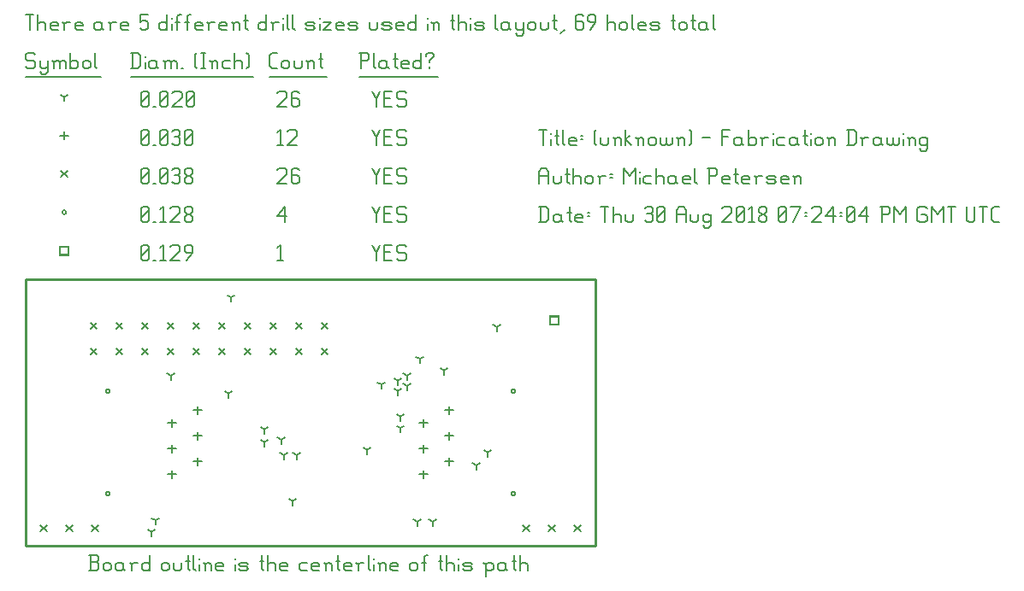
<source format=gbr>
G04 start of page 12 for group -3984 idx -3984 *
G04 Title: (unknown), fab *
G04 Creator: pcb 20140316 *
G04 CreationDate: Thu 30 Aug 2018 07:24:04 PM GMT UTC *
G04 For: railfan *
G04 Format: Gerber/RS-274X *
G04 PCB-Dimensions (mil): 2220.00 1040.00 *
G04 PCB-Coordinate-Origin: lower left *
%MOIN*%
%FSLAX25Y25*%
%LNFAB*%
%ADD71C,0.0100*%
%ADD70C,0.0075*%
%ADD69C,0.0060*%
%ADD68R,0.0080X0.0080*%
G54D68*X204400Y89600D02*X207600D01*
X204400D02*Y86400D01*
X207600D01*
Y89600D02*Y86400D01*
X13400Y116850D02*X16600D01*
X13400D02*Y113650D01*
X16600D01*
Y116850D02*Y113650D01*
G54D69*X135000Y117500D02*X136500Y114500D01*
X138000Y117500D01*
X136500Y114500D02*Y111500D01*
X139800Y114800D02*X142050D01*
X139800Y111500D02*X142800D01*
X139800Y117500D02*Y111500D01*
Y117500D02*X142800D01*
X147600D02*X148350Y116750D01*
X145350Y117500D02*X147600D01*
X144600Y116750D02*X145350Y117500D01*
X144600Y116750D02*Y115250D01*
X145350Y114500D01*
X147600D01*
X148350Y113750D01*
Y112250D01*
X147600Y111500D02*X148350Y112250D01*
X145350Y111500D02*X147600D01*
X144600Y112250D02*X145350Y111500D01*
X98000Y116300D02*X99200Y117500D01*
Y111500D01*
X98000D02*X100250D01*
X45000Y112250D02*X45750Y111500D01*
X45000Y116750D02*Y112250D01*
Y116750D02*X45750Y117500D01*
X47250D01*
X48000Y116750D01*
Y112250D01*
X47250Y111500D02*X48000Y112250D01*
X45750Y111500D02*X47250D01*
X45000Y113000D02*X48000Y116000D01*
X49800Y111500D02*X50550D01*
X52350Y116300D02*X53550Y117500D01*
Y111500D01*
X52350D02*X54600D01*
X56400Y116750D02*X57150Y117500D01*
X59400D01*
X60150Y116750D01*
Y115250D01*
X56400Y111500D02*X60150Y115250D01*
X56400Y111500D02*X60150D01*
X62700D02*X64950Y114500D01*
Y116750D02*Y114500D01*
X64200Y117500D02*X64950Y116750D01*
X62700Y117500D02*X64200D01*
X61950Y116750D02*X62700Y117500D01*
X61950Y116750D02*Y115250D01*
X62700Y114500D01*
X64950D01*
X31200Y60500D02*G75*G03X32800Y60500I800J0D01*G01*
G75*G03X31200Y60500I-800J0D01*G01*
Y20500D02*G75*G03X32800Y20500I800J0D01*G01*
G75*G03X31200Y20500I-800J0D01*G01*
X189200D02*G75*G03X190800Y20500I800J0D01*G01*
G75*G03X189200Y20500I-800J0D01*G01*
Y60500D02*G75*G03X190800Y60500I800J0D01*G01*
G75*G03X189200Y60500I-800J0D01*G01*
X14200Y130250D02*G75*G03X15800Y130250I800J0D01*G01*
G75*G03X14200Y130250I-800J0D01*G01*
X135000Y132500D02*X136500Y129500D01*
X138000Y132500D01*
X136500Y129500D02*Y126500D01*
X139800Y129800D02*X142050D01*
X139800Y126500D02*X142800D01*
X139800Y132500D02*Y126500D01*
Y132500D02*X142800D01*
X147600D02*X148350Y131750D01*
X145350Y132500D02*X147600D01*
X144600Y131750D02*X145350Y132500D01*
X144600Y131750D02*Y130250D01*
X145350Y129500D01*
X147600D01*
X148350Y128750D01*
Y127250D01*
X147600Y126500D02*X148350Y127250D01*
X145350Y126500D02*X147600D01*
X144600Y127250D02*X145350Y126500D01*
X98000Y128750D02*X101000Y132500D01*
X98000Y128750D02*X101750D01*
X101000Y132500D02*Y126500D01*
X45000Y127250D02*X45750Y126500D01*
X45000Y131750D02*Y127250D01*
Y131750D02*X45750Y132500D01*
X47250D01*
X48000Y131750D01*
Y127250D01*
X47250Y126500D02*X48000Y127250D01*
X45750Y126500D02*X47250D01*
X45000Y128000D02*X48000Y131000D01*
X49800Y126500D02*X50550D01*
X52350Y131300D02*X53550Y132500D01*
Y126500D01*
X52350D02*X54600D01*
X56400Y131750D02*X57150Y132500D01*
X59400D01*
X60150Y131750D01*
Y130250D01*
X56400Y126500D02*X60150Y130250D01*
X56400Y126500D02*X60150D01*
X61950Y127250D02*X62700Y126500D01*
X61950Y128450D02*Y127250D01*
Y128450D02*X63000Y129500D01*
X63900D01*
X64950Y128450D01*
Y127250D01*
X64200Y126500D02*X64950Y127250D01*
X62700Y126500D02*X64200D01*
X61950Y130550D02*X63000Y129500D01*
X61950Y131750D02*Y130550D01*
Y131750D02*X62700Y132500D01*
X64200D01*
X64950Y131750D01*
Y130550D01*
X63900Y129500D02*X64950Y130550D01*
X25300Y77200D02*X27700Y74800D01*
X25300D02*X27700Y77200D01*
X35300D02*X37700Y74800D01*
X35300D02*X37700Y77200D01*
X45300D02*X47700Y74800D01*
X45300D02*X47700Y77200D01*
X55300D02*X57700Y74800D01*
X55300D02*X57700Y77200D01*
X65300D02*X67700Y74800D01*
X65300D02*X67700Y77200D01*
X75300D02*X77700Y74800D01*
X75300D02*X77700Y77200D01*
X85300D02*X87700Y74800D01*
X85300D02*X87700Y77200D01*
X95300D02*X97700Y74800D01*
X95300D02*X97700Y77200D01*
X105300D02*X107700Y74800D01*
X105300D02*X107700Y77200D01*
X115300D02*X117700Y74800D01*
X115300D02*X117700Y77200D01*
X25300Y87200D02*X27700Y84800D01*
X25300D02*X27700Y87200D01*
X35300D02*X37700Y84800D01*
X35300D02*X37700Y87200D01*
X45300D02*X47700Y84800D01*
X45300D02*X47700Y87200D01*
X55300D02*X57700Y84800D01*
X55300D02*X57700Y87200D01*
X65300D02*X67700Y84800D01*
X65300D02*X67700Y87200D01*
X75300D02*X77700Y84800D01*
X75300D02*X77700Y87200D01*
X85300D02*X87700Y84800D01*
X85300D02*X87700Y87200D01*
X95300D02*X97700Y84800D01*
X95300D02*X97700Y87200D01*
X105300D02*X107700Y84800D01*
X105300D02*X107700Y87200D01*
X115300D02*X117700Y84800D01*
X115300D02*X117700Y87200D01*
X193800Y8200D02*X196200Y5800D01*
X193800D02*X196200Y8200D01*
X203800D02*X206200Y5800D01*
X203800D02*X206200Y8200D01*
X213800D02*X216200Y5800D01*
X213800D02*X216200Y8200D01*
X5800D02*X8200Y5800D01*
X5800D02*X8200Y8200D01*
X15800D02*X18200Y5800D01*
X15800D02*X18200Y8200D01*
X25800D02*X28200Y5800D01*
X25800D02*X28200Y8200D01*
X13800Y146450D02*X16200Y144050D01*
X13800D02*X16200Y146450D01*
X135000Y147500D02*X136500Y144500D01*
X138000Y147500D01*
X136500Y144500D02*Y141500D01*
X139800Y144800D02*X142050D01*
X139800Y141500D02*X142800D01*
X139800Y147500D02*Y141500D01*
Y147500D02*X142800D01*
X147600D02*X148350Y146750D01*
X145350Y147500D02*X147600D01*
X144600Y146750D02*X145350Y147500D01*
X144600Y146750D02*Y145250D01*
X145350Y144500D01*
X147600D01*
X148350Y143750D01*
Y142250D01*
X147600Y141500D02*X148350Y142250D01*
X145350Y141500D02*X147600D01*
X144600Y142250D02*X145350Y141500D01*
X98000Y146750D02*X98750Y147500D01*
X101000D01*
X101750Y146750D01*
Y145250D01*
X98000Y141500D02*X101750Y145250D01*
X98000Y141500D02*X101750D01*
X105800Y147500D02*X106550Y146750D01*
X104300Y147500D02*X105800D01*
X103550Y146750D02*X104300Y147500D01*
X103550Y146750D02*Y142250D01*
X104300Y141500D01*
X105800Y144800D02*X106550Y144050D01*
X103550Y144800D02*X105800D01*
X104300Y141500D02*X105800D01*
X106550Y142250D01*
Y144050D02*Y142250D01*
X45000D02*X45750Y141500D01*
X45000Y146750D02*Y142250D01*
Y146750D02*X45750Y147500D01*
X47250D01*
X48000Y146750D01*
Y142250D01*
X47250Y141500D02*X48000Y142250D01*
X45750Y141500D02*X47250D01*
X45000Y143000D02*X48000Y146000D01*
X49800Y141500D02*X50550D01*
X52350Y142250D02*X53100Y141500D01*
X52350Y146750D02*Y142250D01*
Y146750D02*X53100Y147500D01*
X54600D01*
X55350Y146750D01*
Y142250D01*
X54600Y141500D02*X55350Y142250D01*
X53100Y141500D02*X54600D01*
X52350Y143000D02*X55350Y146000D01*
X57150Y146750D02*X57900Y147500D01*
X59400D01*
X60150Y146750D01*
X59400Y141500D02*X60150Y142250D01*
X57900Y141500D02*X59400D01*
X57150Y142250D02*X57900Y141500D01*
Y144800D02*X59400D01*
X60150Y146750D02*Y145550D01*
Y144050D02*Y142250D01*
Y144050D02*X59400Y144800D01*
X60150Y145550D02*X59400Y144800D01*
X61950Y142250D02*X62700Y141500D01*
X61950Y143450D02*Y142250D01*
Y143450D02*X63000Y144500D01*
X63900D01*
X64950Y143450D01*
Y142250D01*
X64200Y141500D02*X64950Y142250D01*
X62700Y141500D02*X64200D01*
X61950Y145550D02*X63000Y144500D01*
X61950Y146750D02*Y145550D01*
Y146750D02*X62700Y147500D01*
X64200D01*
X64950Y146750D01*
Y145550D01*
X63900Y144500D02*X64950Y145550D01*
X67000Y54600D02*Y51400D01*
X65400Y53000D02*X68600D01*
X57000Y49600D02*Y46400D01*
X55400Y48000D02*X58600D01*
X67000Y44600D02*Y41400D01*
X65400Y43000D02*X68600D01*
X57000Y39600D02*Y36400D01*
X55400Y38000D02*X58600D01*
X67000Y34600D02*Y31400D01*
X65400Y33000D02*X68600D01*
X57000Y29600D02*Y26400D01*
X55400Y28000D02*X58600D01*
X155000Y29600D02*Y26400D01*
X153400Y28000D02*X156600D01*
X165000Y34600D02*Y31400D01*
X163400Y33000D02*X166600D01*
X155000Y39600D02*Y36400D01*
X153400Y38000D02*X156600D01*
X165000Y44600D02*Y41400D01*
X163400Y43000D02*X166600D01*
X155000Y49600D02*Y46400D01*
X153400Y48000D02*X156600D01*
X165000Y54600D02*Y51400D01*
X163400Y53000D02*X166600D01*
X15000Y161850D02*Y158650D01*
X13400Y160250D02*X16600D01*
X135000Y162500D02*X136500Y159500D01*
X138000Y162500D01*
X136500Y159500D02*Y156500D01*
X139800Y159800D02*X142050D01*
X139800Y156500D02*X142800D01*
X139800Y162500D02*Y156500D01*
Y162500D02*X142800D01*
X147600D02*X148350Y161750D01*
X145350Y162500D02*X147600D01*
X144600Y161750D02*X145350Y162500D01*
X144600Y161750D02*Y160250D01*
X145350Y159500D01*
X147600D01*
X148350Y158750D01*
Y157250D01*
X147600Y156500D02*X148350Y157250D01*
X145350Y156500D02*X147600D01*
X144600Y157250D02*X145350Y156500D01*
X98000Y161300D02*X99200Y162500D01*
Y156500D01*
X98000D02*X100250D01*
X102050Y161750D02*X102800Y162500D01*
X105050D01*
X105800Y161750D01*
Y160250D01*
X102050Y156500D02*X105800Y160250D01*
X102050Y156500D02*X105800D01*
X45000Y157250D02*X45750Y156500D01*
X45000Y161750D02*Y157250D01*
Y161750D02*X45750Y162500D01*
X47250D01*
X48000Y161750D01*
Y157250D01*
X47250Y156500D02*X48000Y157250D01*
X45750Y156500D02*X47250D01*
X45000Y158000D02*X48000Y161000D01*
X49800Y156500D02*X50550D01*
X52350Y157250D02*X53100Y156500D01*
X52350Y161750D02*Y157250D01*
Y161750D02*X53100Y162500D01*
X54600D01*
X55350Y161750D01*
Y157250D01*
X54600Y156500D02*X55350Y157250D01*
X53100Y156500D02*X54600D01*
X52350Y158000D02*X55350Y161000D01*
X57150Y161750D02*X57900Y162500D01*
X59400D01*
X60150Y161750D01*
X59400Y156500D02*X60150Y157250D01*
X57900Y156500D02*X59400D01*
X57150Y157250D02*X57900Y156500D01*
Y159800D02*X59400D01*
X60150Y161750D02*Y160550D01*
Y159050D02*Y157250D01*
Y159050D02*X59400Y159800D01*
X60150Y160550D02*X59400Y159800D01*
X61950Y157250D02*X62700Y156500D01*
X61950Y161750D02*Y157250D01*
Y161750D02*X62700Y162500D01*
X64200D01*
X64950Y161750D01*
Y157250D01*
X64200Y156500D02*X64950Y157250D01*
X62700Y156500D02*X64200D01*
X61950Y158000D02*X64950Y161000D01*
X105500Y35500D02*Y33900D01*
Y35500D02*X106887Y36300D01*
X105500Y35500D02*X104113Y36300D01*
X152500Y9500D02*Y7900D01*
Y9500D02*X153887Y10300D01*
X152500Y9500D02*X151113Y10300D01*
X56500Y66500D02*Y64900D01*
Y66500D02*X57887Y67300D01*
X56500Y66500D02*X55113Y67300D01*
X100500Y35500D02*Y33900D01*
Y35500D02*X101887Y36300D01*
X100500Y35500D02*X99113Y36300D01*
X99500Y41500D02*Y39900D01*
Y41500D02*X100887Y42300D01*
X99500Y41500D02*X98113Y42300D01*
X93000Y40500D02*Y38900D01*
Y40500D02*X94387Y41300D01*
X93000Y40500D02*X91613Y41300D01*
X93000Y45500D02*Y43900D01*
Y45500D02*X94387Y46300D01*
X93000Y45500D02*X91613Y46300D01*
X79000Y59500D02*Y57900D01*
Y59500D02*X80387Y60300D01*
X79000Y59500D02*X77613Y60300D01*
X133000Y37500D02*Y35900D01*
Y37500D02*X134387Y38300D01*
X133000Y37500D02*X131613Y38300D01*
X153500Y73000D02*Y71400D01*
Y73000D02*X154887Y73800D01*
X153500Y73000D02*X152113Y73800D01*
X163000Y68500D02*Y66900D01*
Y68500D02*X164387Y69300D01*
X163000Y68500D02*X161613Y69300D01*
X138500Y63000D02*Y61400D01*
Y63000D02*X139887Y63800D01*
X138500Y63000D02*X137113Y63800D01*
X183500Y85500D02*Y83900D01*
Y85500D02*X184887Y86300D01*
X183500Y85500D02*X182113Y86300D01*
X104000Y17500D02*Y15900D01*
Y17500D02*X105387Y18300D01*
X104000Y17500D02*X102613Y18300D01*
X145000Y60500D02*Y58900D01*
Y60500D02*X146387Y61300D01*
X145000Y60500D02*X143613Y61300D01*
X146000Y46000D02*Y44400D01*
Y46000D02*X147387Y46800D01*
X146000Y46000D02*X144613Y46800D01*
X146000Y50500D02*Y48900D01*
Y50500D02*X147387Y51300D01*
X146000Y50500D02*X144613Y51300D01*
X50500Y10000D02*Y8400D01*
Y10000D02*X51887Y10800D01*
X50500Y10000D02*X49113Y10800D01*
X49000Y5500D02*Y3900D01*
Y5500D02*X50387Y6300D01*
X49000Y5500D02*X47613Y6300D01*
X175500Y31500D02*Y29900D01*
Y31500D02*X176887Y32300D01*
X175500Y31500D02*X174113Y32300D01*
X180000Y36500D02*Y34900D01*
Y36500D02*X181387Y37300D01*
X180000Y36500D02*X178613Y37300D01*
X158500Y9500D02*Y7900D01*
Y9500D02*X159887Y10300D01*
X158500Y9500D02*X157113Y10300D01*
X80000Y97000D02*Y95400D01*
Y97000D02*X81387Y97800D01*
X80000Y97000D02*X78613Y97800D01*
X148500Y62500D02*Y60900D01*
Y62500D02*X149887Y63300D01*
X148500Y62500D02*X147113Y63300D01*
X145000Y64500D02*Y62900D01*
Y64500D02*X146387Y65300D01*
X145000Y64500D02*X143613Y65300D01*
X148500Y66500D02*Y64900D01*
Y66500D02*X149887Y67300D01*
X148500Y66500D02*X147113Y67300D01*
X15000Y175250D02*Y173650D01*
Y175250D02*X16387Y176050D01*
X15000Y175250D02*X13613Y176050D01*
X135000Y177500D02*X136500Y174500D01*
X138000Y177500D01*
X136500Y174500D02*Y171500D01*
X139800Y174800D02*X142050D01*
X139800Y171500D02*X142800D01*
X139800Y177500D02*Y171500D01*
Y177500D02*X142800D01*
X147600D02*X148350Y176750D01*
X145350Y177500D02*X147600D01*
X144600Y176750D02*X145350Y177500D01*
X144600Y176750D02*Y175250D01*
X145350Y174500D01*
X147600D01*
X148350Y173750D01*
Y172250D01*
X147600Y171500D02*X148350Y172250D01*
X145350Y171500D02*X147600D01*
X144600Y172250D02*X145350Y171500D01*
X98000Y176750D02*X98750Y177500D01*
X101000D01*
X101750Y176750D01*
Y175250D01*
X98000Y171500D02*X101750Y175250D01*
X98000Y171500D02*X101750D01*
X105800Y177500D02*X106550Y176750D01*
X104300Y177500D02*X105800D01*
X103550Y176750D02*X104300Y177500D01*
X103550Y176750D02*Y172250D01*
X104300Y171500D01*
X105800Y174800D02*X106550Y174050D01*
X103550Y174800D02*X105800D01*
X104300Y171500D02*X105800D01*
X106550Y172250D01*
Y174050D02*Y172250D01*
X45000D02*X45750Y171500D01*
X45000Y176750D02*Y172250D01*
Y176750D02*X45750Y177500D01*
X47250D01*
X48000Y176750D01*
Y172250D01*
X47250Y171500D02*X48000Y172250D01*
X45750Y171500D02*X47250D01*
X45000Y173000D02*X48000Y176000D01*
X49800Y171500D02*X50550D01*
X52350Y172250D02*X53100Y171500D01*
X52350Y176750D02*Y172250D01*
Y176750D02*X53100Y177500D01*
X54600D01*
X55350Y176750D01*
Y172250D01*
X54600Y171500D02*X55350Y172250D01*
X53100Y171500D02*X54600D01*
X52350Y173000D02*X55350Y176000D01*
X57150Y176750D02*X57900Y177500D01*
X60150D01*
X60900Y176750D01*
Y175250D01*
X57150Y171500D02*X60900Y175250D01*
X57150Y171500D02*X60900D01*
X62700Y172250D02*X63450Y171500D01*
X62700Y176750D02*Y172250D01*
Y176750D02*X63450Y177500D01*
X64950D01*
X65700Y176750D01*
Y172250D01*
X64950Y171500D02*X65700Y172250D01*
X63450Y171500D02*X64950D01*
X62700Y173000D02*X65700Y176000D01*
X3000Y192500D02*X3750Y191750D01*
X750Y192500D02*X3000D01*
X0Y191750D02*X750Y192500D01*
X0Y191750D02*Y190250D01*
X750Y189500D01*
X3000D01*
X3750Y188750D01*
Y187250D01*
X3000Y186500D02*X3750Y187250D01*
X750Y186500D02*X3000D01*
X0Y187250D02*X750Y186500D01*
X5550Y189500D02*Y187250D01*
X6300Y186500D01*
X8550Y189500D02*Y185000D01*
X7800Y184250D02*X8550Y185000D01*
X6300Y184250D02*X7800D01*
X5550Y185000D02*X6300Y184250D01*
Y186500D02*X7800D01*
X8550Y187250D01*
X11100Y188750D02*Y186500D01*
Y188750D02*X11850Y189500D01*
X12600D01*
X13350Y188750D01*
Y186500D01*
Y188750D02*X14100Y189500D01*
X14850D01*
X15600Y188750D01*
Y186500D01*
X10350Y189500D02*X11100Y188750D01*
X17400Y192500D02*Y186500D01*
Y187250D02*X18150Y186500D01*
X19650D01*
X20400Y187250D01*
Y188750D02*Y187250D01*
X19650Y189500D02*X20400Y188750D01*
X18150Y189500D02*X19650D01*
X17400Y188750D02*X18150Y189500D01*
X22200Y188750D02*Y187250D01*
Y188750D02*X22950Y189500D01*
X24450D01*
X25200Y188750D01*
Y187250D01*
X24450Y186500D02*X25200Y187250D01*
X22950Y186500D02*X24450D01*
X22200Y187250D02*X22950Y186500D01*
X27000Y192500D02*Y187250D01*
X27750Y186500D01*
X0Y183250D02*X29250D01*
X41750Y192500D02*Y186500D01*
X43700Y192500D02*X44750Y191450D01*
Y187550D01*
X43700Y186500D02*X44750Y187550D01*
X41000Y186500D02*X43700D01*
X41000Y192500D02*X43700D01*
G54D70*X46550Y191000D02*Y190850D01*
G54D69*Y188750D02*Y186500D01*
X50300Y189500D02*X51050Y188750D01*
X48800Y189500D02*X50300D01*
X48050Y188750D02*X48800Y189500D01*
X48050Y188750D02*Y187250D01*
X48800Y186500D01*
X51050Y189500D02*Y187250D01*
X51800Y186500D01*
X48800D02*X50300D01*
X51050Y187250D01*
X54350Y188750D02*Y186500D01*
Y188750D02*X55100Y189500D01*
X55850D01*
X56600Y188750D01*
Y186500D01*
Y188750D02*X57350Y189500D01*
X58100D01*
X58850Y188750D01*
Y186500D01*
X53600Y189500D02*X54350Y188750D01*
X60650Y186500D02*X61400D01*
X65900Y187250D02*X66650Y186500D01*
X65900Y191750D02*X66650Y192500D01*
X65900Y191750D02*Y187250D01*
X68450Y192500D02*X69950D01*
X69200D02*Y186500D01*
X68450D02*X69950D01*
X72500Y188750D02*Y186500D01*
Y188750D02*X73250Y189500D01*
X74000D01*
X74750Y188750D01*
Y186500D01*
X71750Y189500D02*X72500Y188750D01*
X77300Y189500D02*X79550D01*
X76550Y188750D02*X77300Y189500D01*
X76550Y188750D02*Y187250D01*
X77300Y186500D01*
X79550D01*
X81350Y192500D02*Y186500D01*
Y188750D02*X82100Y189500D01*
X83600D01*
X84350Y188750D01*
Y186500D01*
X86150Y192500D02*X86900Y191750D01*
Y187250D01*
X86150Y186500D02*X86900Y187250D01*
X41000Y183250D02*X88700D01*
X96050Y186500D02*X98000D01*
X95000Y187550D02*X96050Y186500D01*
X95000Y191450D02*Y187550D01*
Y191450D02*X96050Y192500D01*
X98000D01*
X99800Y188750D02*Y187250D01*
Y188750D02*X100550Y189500D01*
X102050D01*
X102800Y188750D01*
Y187250D01*
X102050Y186500D02*X102800Y187250D01*
X100550Y186500D02*X102050D01*
X99800Y187250D02*X100550Y186500D01*
X104600Y189500D02*Y187250D01*
X105350Y186500D01*
X106850D01*
X107600Y187250D01*
Y189500D02*Y187250D01*
X110150Y188750D02*Y186500D01*
Y188750D02*X110900Y189500D01*
X111650D01*
X112400Y188750D01*
Y186500D01*
X109400Y189500D02*X110150Y188750D01*
X114950Y192500D02*Y187250D01*
X115700Y186500D01*
X114200Y190250D02*X115700D01*
X95000Y183250D02*X117200D01*
X130750Y192500D02*Y186500D01*
X130000Y192500D02*X133000D01*
X133750Y191750D01*
Y190250D01*
X133000Y189500D02*X133750Y190250D01*
X130750Y189500D02*X133000D01*
X135550Y192500D02*Y187250D01*
X136300Y186500D01*
X140050Y189500D02*X140800Y188750D01*
X138550Y189500D02*X140050D01*
X137800Y188750D02*X138550Y189500D01*
X137800Y188750D02*Y187250D01*
X138550Y186500D01*
X140800Y189500D02*Y187250D01*
X141550Y186500D01*
X138550D02*X140050D01*
X140800Y187250D01*
X144100Y192500D02*Y187250D01*
X144850Y186500D01*
X143350Y190250D02*X144850D01*
X147100Y186500D02*X149350D01*
X146350Y187250D02*X147100Y186500D01*
X146350Y188750D02*Y187250D01*
Y188750D02*X147100Y189500D01*
X148600D01*
X149350Y188750D01*
X146350Y188000D02*X149350D01*
Y188750D02*Y188000D01*
X154150Y192500D02*Y186500D01*
X153400D02*X154150Y187250D01*
X151900Y186500D02*X153400D01*
X151150Y187250D02*X151900Y186500D01*
X151150Y188750D02*Y187250D01*
Y188750D02*X151900Y189500D01*
X153400D01*
X154150Y188750D01*
X157450Y189500D02*Y188750D01*
Y187250D02*Y186500D01*
X155950Y191750D02*Y191000D01*
Y191750D02*X156700Y192500D01*
X158200D01*
X158950Y191750D01*
Y191000D01*
X157450Y189500D02*X158950Y191000D01*
X130000Y183250D02*X160750D01*
X0Y207500D02*X3000D01*
X1500D02*Y201500D01*
X4800Y207500D02*Y201500D01*
Y203750D02*X5550Y204500D01*
X7050D01*
X7800Y203750D01*
Y201500D01*
X10350D02*X12600D01*
X9600Y202250D02*X10350Y201500D01*
X9600Y203750D02*Y202250D01*
Y203750D02*X10350Y204500D01*
X11850D01*
X12600Y203750D01*
X9600Y203000D02*X12600D01*
Y203750D02*Y203000D01*
X15150Y203750D02*Y201500D01*
Y203750D02*X15900Y204500D01*
X17400D01*
X14400D02*X15150Y203750D01*
X19950Y201500D02*X22200D01*
X19200Y202250D02*X19950Y201500D01*
X19200Y203750D02*Y202250D01*
Y203750D02*X19950Y204500D01*
X21450D01*
X22200Y203750D01*
X19200Y203000D02*X22200D01*
Y203750D02*Y203000D01*
X28950Y204500D02*X29700Y203750D01*
X27450Y204500D02*X28950D01*
X26700Y203750D02*X27450Y204500D01*
X26700Y203750D02*Y202250D01*
X27450Y201500D01*
X29700Y204500D02*Y202250D01*
X30450Y201500D01*
X27450D02*X28950D01*
X29700Y202250D01*
X33000Y203750D02*Y201500D01*
Y203750D02*X33750Y204500D01*
X35250D01*
X32250D02*X33000Y203750D01*
X37800Y201500D02*X40050D01*
X37050Y202250D02*X37800Y201500D01*
X37050Y203750D02*Y202250D01*
Y203750D02*X37800Y204500D01*
X39300D01*
X40050Y203750D01*
X37050Y203000D02*X40050D01*
Y203750D02*Y203000D01*
X44550Y207500D02*X47550D01*
X44550D02*Y204500D01*
X45300Y205250D01*
X46800D01*
X47550Y204500D01*
Y202250D01*
X46800Y201500D02*X47550Y202250D01*
X45300Y201500D02*X46800D01*
X44550Y202250D02*X45300Y201500D01*
X55050Y207500D02*Y201500D01*
X54300D02*X55050Y202250D01*
X52800Y201500D02*X54300D01*
X52050Y202250D02*X52800Y201500D01*
X52050Y203750D02*Y202250D01*
Y203750D02*X52800Y204500D01*
X54300D01*
X55050Y203750D01*
G54D70*X56850Y206000D02*Y205850D01*
G54D69*Y203750D02*Y201500D01*
X59100Y206750D02*Y201500D01*
Y206750D02*X59850Y207500D01*
X60600D01*
X58350Y204500D02*X59850D01*
X62850Y206750D02*Y201500D01*
Y206750D02*X63600Y207500D01*
X64350D01*
X62100Y204500D02*X63600D01*
X66600Y201500D02*X68850D01*
X65850Y202250D02*X66600Y201500D01*
X65850Y203750D02*Y202250D01*
Y203750D02*X66600Y204500D01*
X68100D01*
X68850Y203750D01*
X65850Y203000D02*X68850D01*
Y203750D02*Y203000D01*
X71400Y203750D02*Y201500D01*
Y203750D02*X72150Y204500D01*
X73650D01*
X70650D02*X71400Y203750D01*
X76200Y201500D02*X78450D01*
X75450Y202250D02*X76200Y201500D01*
X75450Y203750D02*Y202250D01*
Y203750D02*X76200Y204500D01*
X77700D01*
X78450Y203750D01*
X75450Y203000D02*X78450D01*
Y203750D02*Y203000D01*
X81000Y203750D02*Y201500D01*
Y203750D02*X81750Y204500D01*
X82500D01*
X83250Y203750D01*
Y201500D01*
X80250Y204500D02*X81000Y203750D01*
X85800Y207500D02*Y202250D01*
X86550Y201500D01*
X85050Y205250D02*X86550D01*
X93750Y207500D02*Y201500D01*
X93000D02*X93750Y202250D01*
X91500Y201500D02*X93000D01*
X90750Y202250D02*X91500Y201500D01*
X90750Y203750D02*Y202250D01*
Y203750D02*X91500Y204500D01*
X93000D01*
X93750Y203750D01*
X96300D02*Y201500D01*
Y203750D02*X97050Y204500D01*
X98550D01*
X95550D02*X96300Y203750D01*
G54D70*X100350Y206000D02*Y205850D01*
G54D69*Y203750D02*Y201500D01*
X101850Y207500D02*Y202250D01*
X102600Y201500D01*
X104100Y207500D02*Y202250D01*
X104850Y201500D01*
X109800D02*X112050D01*
X112800Y202250D01*
X112050Y203000D02*X112800Y202250D01*
X109800Y203000D02*X112050D01*
X109050Y203750D02*X109800Y203000D01*
X109050Y203750D02*X109800Y204500D01*
X112050D01*
X112800Y203750D01*
X109050Y202250D02*X109800Y201500D01*
G54D70*X114600Y206000D02*Y205850D01*
G54D69*Y203750D02*Y201500D01*
X116100Y204500D02*X119100D01*
X116100Y201500D02*X119100Y204500D01*
X116100Y201500D02*X119100D01*
X121650D02*X123900D01*
X120900Y202250D02*X121650Y201500D01*
X120900Y203750D02*Y202250D01*
Y203750D02*X121650Y204500D01*
X123150D01*
X123900Y203750D01*
X120900Y203000D02*X123900D01*
Y203750D02*Y203000D01*
X126450Y201500D02*X128700D01*
X129450Y202250D01*
X128700Y203000D02*X129450Y202250D01*
X126450Y203000D02*X128700D01*
X125700Y203750D02*X126450Y203000D01*
X125700Y203750D02*X126450Y204500D01*
X128700D01*
X129450Y203750D01*
X125700Y202250D02*X126450Y201500D01*
X133950Y204500D02*Y202250D01*
X134700Y201500D01*
X136200D01*
X136950Y202250D01*
Y204500D02*Y202250D01*
X139500Y201500D02*X141750D01*
X142500Y202250D01*
X141750Y203000D02*X142500Y202250D01*
X139500Y203000D02*X141750D01*
X138750Y203750D02*X139500Y203000D01*
X138750Y203750D02*X139500Y204500D01*
X141750D01*
X142500Y203750D01*
X138750Y202250D02*X139500Y201500D01*
X145050D02*X147300D01*
X144300Y202250D02*X145050Y201500D01*
X144300Y203750D02*Y202250D01*
Y203750D02*X145050Y204500D01*
X146550D01*
X147300Y203750D01*
X144300Y203000D02*X147300D01*
Y203750D02*Y203000D01*
X152100Y207500D02*Y201500D01*
X151350D02*X152100Y202250D01*
X149850Y201500D02*X151350D01*
X149100Y202250D02*X149850Y201500D01*
X149100Y203750D02*Y202250D01*
Y203750D02*X149850Y204500D01*
X151350D01*
X152100Y203750D01*
G54D70*X156600Y206000D02*Y205850D01*
G54D69*Y203750D02*Y201500D01*
X158850Y203750D02*Y201500D01*
Y203750D02*X159600Y204500D01*
X160350D01*
X161100Y203750D01*
Y201500D01*
X158100Y204500D02*X158850Y203750D01*
X166350Y207500D02*Y202250D01*
X167100Y201500D01*
X165600Y205250D02*X167100D01*
X168600Y207500D02*Y201500D01*
Y203750D02*X169350Y204500D01*
X170850D01*
X171600Y203750D01*
Y201500D01*
G54D70*X173400Y206000D02*Y205850D01*
G54D69*Y203750D02*Y201500D01*
X175650D02*X177900D01*
X178650Y202250D01*
X177900Y203000D02*X178650Y202250D01*
X175650Y203000D02*X177900D01*
X174900Y203750D02*X175650Y203000D01*
X174900Y203750D02*X175650Y204500D01*
X177900D01*
X178650Y203750D01*
X174900Y202250D02*X175650Y201500D01*
X183150Y207500D02*Y202250D01*
X183900Y201500D01*
X187650Y204500D02*X188400Y203750D01*
X186150Y204500D02*X187650D01*
X185400Y203750D02*X186150Y204500D01*
X185400Y203750D02*Y202250D01*
X186150Y201500D01*
X188400Y204500D02*Y202250D01*
X189150Y201500D01*
X186150D02*X187650D01*
X188400Y202250D01*
X190950Y204500D02*Y202250D01*
X191700Y201500D01*
X193950Y204500D02*Y200000D01*
X193200Y199250D02*X193950Y200000D01*
X191700Y199250D02*X193200D01*
X190950Y200000D02*X191700Y199250D01*
Y201500D02*X193200D01*
X193950Y202250D01*
X195750Y203750D02*Y202250D01*
Y203750D02*X196500Y204500D01*
X198000D01*
X198750Y203750D01*
Y202250D01*
X198000Y201500D02*X198750Y202250D01*
X196500Y201500D02*X198000D01*
X195750Y202250D02*X196500Y201500D01*
X200550Y204500D02*Y202250D01*
X201300Y201500D01*
X202800D01*
X203550Y202250D01*
Y204500D02*Y202250D01*
X206100Y207500D02*Y202250D01*
X206850Y201500D01*
X205350Y205250D02*X206850D01*
X208350Y200000D02*X209850Y201500D01*
X216600Y207500D02*X217350Y206750D01*
X215100Y207500D02*X216600D01*
X214350Y206750D02*X215100Y207500D01*
X214350Y206750D02*Y202250D01*
X215100Y201500D01*
X216600Y204800D02*X217350Y204050D01*
X214350Y204800D02*X216600D01*
X215100Y201500D02*X216600D01*
X217350Y202250D01*
Y204050D02*Y202250D01*
X219900Y201500D02*X222150Y204500D01*
Y206750D02*Y204500D01*
X221400Y207500D02*X222150Y206750D01*
X219900Y207500D02*X221400D01*
X219150Y206750D02*X219900Y207500D01*
X219150Y206750D02*Y205250D01*
X219900Y204500D01*
X222150D01*
X226650Y207500D02*Y201500D01*
Y203750D02*X227400Y204500D01*
X228900D01*
X229650Y203750D01*
Y201500D01*
X231450Y203750D02*Y202250D01*
Y203750D02*X232200Y204500D01*
X233700D01*
X234450Y203750D01*
Y202250D01*
X233700Y201500D02*X234450Y202250D01*
X232200Y201500D02*X233700D01*
X231450Y202250D02*X232200Y201500D01*
X236250Y207500D02*Y202250D01*
X237000Y201500D01*
X239250D02*X241500D01*
X238500Y202250D02*X239250Y201500D01*
X238500Y203750D02*Y202250D01*
Y203750D02*X239250Y204500D01*
X240750D01*
X241500Y203750D01*
X238500Y203000D02*X241500D01*
Y203750D02*Y203000D01*
X244050Y201500D02*X246300D01*
X247050Y202250D01*
X246300Y203000D02*X247050Y202250D01*
X244050Y203000D02*X246300D01*
X243300Y203750D02*X244050Y203000D01*
X243300Y203750D02*X244050Y204500D01*
X246300D01*
X247050Y203750D01*
X243300Y202250D02*X244050Y201500D01*
X252300Y207500D02*Y202250D01*
X253050Y201500D01*
X251550Y205250D02*X253050D01*
X254550Y203750D02*Y202250D01*
Y203750D02*X255300Y204500D01*
X256800D01*
X257550Y203750D01*
Y202250D01*
X256800Y201500D02*X257550Y202250D01*
X255300Y201500D02*X256800D01*
X254550Y202250D02*X255300Y201500D01*
X260100Y207500D02*Y202250D01*
X260850Y201500D01*
X259350Y205250D02*X260850D01*
X264600Y204500D02*X265350Y203750D01*
X263100Y204500D02*X264600D01*
X262350Y203750D02*X263100Y204500D01*
X262350Y203750D02*Y202250D01*
X263100Y201500D01*
X265350Y204500D02*Y202250D01*
X266100Y201500D01*
X263100D02*X264600D01*
X265350Y202250D01*
X267900Y207500D02*Y202250D01*
X268650Y201500D01*
G54D71*X222000Y104000D02*Y0D01*
X0D01*
Y104000D01*
X222000D01*
G54D69*X24675Y-9500D02*X27675D01*
X28425Y-8750D01*
Y-6950D02*Y-8750D01*
X27675Y-6200D02*X28425Y-6950D01*
X25425Y-6200D02*X27675D01*
X25425Y-3500D02*Y-9500D01*
X24675Y-3500D02*X27675D01*
X28425Y-4250D01*
Y-5450D01*
X27675Y-6200D02*X28425Y-5450D01*
X30225Y-7250D02*Y-8750D01*
Y-7250D02*X30975Y-6500D01*
X32475D01*
X33225Y-7250D01*
Y-8750D01*
X32475Y-9500D02*X33225Y-8750D01*
X30975Y-9500D02*X32475D01*
X30225Y-8750D02*X30975Y-9500D01*
X37275Y-6500D02*X38025Y-7250D01*
X35775Y-6500D02*X37275D01*
X35025Y-7250D02*X35775Y-6500D01*
X35025Y-7250D02*Y-8750D01*
X35775Y-9500D01*
X38025Y-6500D02*Y-8750D01*
X38775Y-9500D01*
X35775D02*X37275D01*
X38025Y-8750D01*
X41325Y-7250D02*Y-9500D01*
Y-7250D02*X42075Y-6500D01*
X43575D01*
X40575D02*X41325Y-7250D01*
X48375Y-3500D02*Y-9500D01*
X47625D02*X48375Y-8750D01*
X46125Y-9500D02*X47625D01*
X45375Y-8750D02*X46125Y-9500D01*
X45375Y-7250D02*Y-8750D01*
Y-7250D02*X46125Y-6500D01*
X47625D01*
X48375Y-7250D01*
X52875D02*Y-8750D01*
Y-7250D02*X53625Y-6500D01*
X55125D01*
X55875Y-7250D01*
Y-8750D01*
X55125Y-9500D02*X55875Y-8750D01*
X53625Y-9500D02*X55125D01*
X52875Y-8750D02*X53625Y-9500D01*
X57675Y-6500D02*Y-8750D01*
X58425Y-9500D01*
X59925D01*
X60675Y-8750D01*
Y-6500D02*Y-8750D01*
X63225Y-3500D02*Y-8750D01*
X63975Y-9500D01*
X62475Y-5750D02*X63975D01*
X65475Y-3500D02*Y-8750D01*
X66225Y-9500D01*
G54D70*X67725Y-5000D02*Y-5150D01*
G54D69*Y-7250D02*Y-9500D01*
X69975Y-7250D02*Y-9500D01*
Y-7250D02*X70725Y-6500D01*
X71475D01*
X72225Y-7250D01*
Y-9500D01*
X69225Y-6500D02*X69975Y-7250D01*
X74775Y-9500D02*X77025D01*
X74025Y-8750D02*X74775Y-9500D01*
X74025Y-7250D02*Y-8750D01*
Y-7250D02*X74775Y-6500D01*
X76275D01*
X77025Y-7250D01*
X74025Y-8000D02*X77025D01*
Y-7250D02*Y-8000D01*
G54D70*X81525Y-5000D02*Y-5150D01*
G54D69*Y-7250D02*Y-9500D01*
X83775D02*X86025D01*
X86775Y-8750D01*
X86025Y-8000D02*X86775Y-8750D01*
X83775Y-8000D02*X86025D01*
X83025Y-7250D02*X83775Y-8000D01*
X83025Y-7250D02*X83775Y-6500D01*
X86025D01*
X86775Y-7250D01*
X83025Y-8750D02*X83775Y-9500D01*
X92025Y-3500D02*Y-8750D01*
X92775Y-9500D01*
X91275Y-5750D02*X92775D01*
X94275Y-3500D02*Y-9500D01*
Y-7250D02*X95025Y-6500D01*
X96525D01*
X97275Y-7250D01*
Y-9500D01*
X99825D02*X102075D01*
X99075Y-8750D02*X99825Y-9500D01*
X99075Y-7250D02*Y-8750D01*
Y-7250D02*X99825Y-6500D01*
X101325D01*
X102075Y-7250D01*
X99075Y-8000D02*X102075D01*
Y-7250D02*Y-8000D01*
X107325Y-6500D02*X109575D01*
X106575Y-7250D02*X107325Y-6500D01*
X106575Y-7250D02*Y-8750D01*
X107325Y-9500D01*
X109575D01*
X112125D02*X114375D01*
X111375Y-8750D02*X112125Y-9500D01*
X111375Y-7250D02*Y-8750D01*
Y-7250D02*X112125Y-6500D01*
X113625D01*
X114375Y-7250D01*
X111375Y-8000D02*X114375D01*
Y-7250D02*Y-8000D01*
X116925Y-7250D02*Y-9500D01*
Y-7250D02*X117675Y-6500D01*
X118425D01*
X119175Y-7250D01*
Y-9500D01*
X116175Y-6500D02*X116925Y-7250D01*
X121725Y-3500D02*Y-8750D01*
X122475Y-9500D01*
X120975Y-5750D02*X122475D01*
X124725Y-9500D02*X126975D01*
X123975Y-8750D02*X124725Y-9500D01*
X123975Y-7250D02*Y-8750D01*
Y-7250D02*X124725Y-6500D01*
X126225D01*
X126975Y-7250D01*
X123975Y-8000D02*X126975D01*
Y-7250D02*Y-8000D01*
X129525Y-7250D02*Y-9500D01*
Y-7250D02*X130275Y-6500D01*
X131775D01*
X128775D02*X129525Y-7250D01*
X133575Y-3500D02*Y-8750D01*
X134325Y-9500D01*
G54D70*X135825Y-5000D02*Y-5150D01*
G54D69*Y-7250D02*Y-9500D01*
X138075Y-7250D02*Y-9500D01*
Y-7250D02*X138825Y-6500D01*
X139575D01*
X140325Y-7250D01*
Y-9500D01*
X137325Y-6500D02*X138075Y-7250D01*
X142875Y-9500D02*X145125D01*
X142125Y-8750D02*X142875Y-9500D01*
X142125Y-7250D02*Y-8750D01*
Y-7250D02*X142875Y-6500D01*
X144375D01*
X145125Y-7250D01*
X142125Y-8000D02*X145125D01*
Y-7250D02*Y-8000D01*
X149625Y-7250D02*Y-8750D01*
Y-7250D02*X150375Y-6500D01*
X151875D01*
X152625Y-7250D01*
Y-8750D01*
X151875Y-9500D02*X152625Y-8750D01*
X150375Y-9500D02*X151875D01*
X149625Y-8750D02*X150375Y-9500D01*
X155175Y-4250D02*Y-9500D01*
Y-4250D02*X155925Y-3500D01*
X156675D01*
X154425Y-6500D02*X155925D01*
X161625Y-3500D02*Y-8750D01*
X162375Y-9500D01*
X160875Y-5750D02*X162375D01*
X163875Y-3500D02*Y-9500D01*
Y-7250D02*X164625Y-6500D01*
X166125D01*
X166875Y-7250D01*
Y-9500D01*
G54D70*X168675Y-5000D02*Y-5150D01*
G54D69*Y-7250D02*Y-9500D01*
X170925D02*X173175D01*
X173925Y-8750D01*
X173175Y-8000D02*X173925Y-8750D01*
X170925Y-8000D02*X173175D01*
X170175Y-7250D02*X170925Y-8000D01*
X170175Y-7250D02*X170925Y-6500D01*
X173175D01*
X173925Y-7250D01*
X170175Y-8750D02*X170925Y-9500D01*
X179175Y-7250D02*Y-11750D01*
X178425Y-6500D02*X179175Y-7250D01*
X179925Y-6500D01*
X181425D01*
X182175Y-7250D01*
Y-8750D01*
X181425Y-9500D02*X182175Y-8750D01*
X179925Y-9500D02*X181425D01*
X179175Y-8750D02*X179925Y-9500D01*
X186225Y-6500D02*X186975Y-7250D01*
X184725Y-6500D02*X186225D01*
X183975Y-7250D02*X184725Y-6500D01*
X183975Y-7250D02*Y-8750D01*
X184725Y-9500D01*
X186975Y-6500D02*Y-8750D01*
X187725Y-9500D01*
X184725D02*X186225D01*
X186975Y-8750D01*
X190275Y-3500D02*Y-8750D01*
X191025Y-9500D01*
X189525Y-5750D02*X191025D01*
X192525Y-3500D02*Y-9500D01*
Y-7250D02*X193275Y-6500D01*
X194775D01*
X195525Y-7250D01*
Y-9500D01*
X200750Y132500D02*Y126500D01*
X202700Y132500D02*X203750Y131450D01*
Y127550D01*
X202700Y126500D02*X203750Y127550D01*
X200000Y126500D02*X202700D01*
X200000Y132500D02*X202700D01*
X207800Y129500D02*X208550Y128750D01*
X206300Y129500D02*X207800D01*
X205550Y128750D02*X206300Y129500D01*
X205550Y128750D02*Y127250D01*
X206300Y126500D01*
X208550Y129500D02*Y127250D01*
X209300Y126500D01*
X206300D02*X207800D01*
X208550Y127250D01*
X211850Y132500D02*Y127250D01*
X212600Y126500D01*
X211100Y130250D02*X212600D01*
X214850Y126500D02*X217100D01*
X214100Y127250D02*X214850Y126500D01*
X214100Y128750D02*Y127250D01*
Y128750D02*X214850Y129500D01*
X216350D01*
X217100Y128750D01*
X214100Y128000D02*X217100D01*
Y128750D02*Y128000D01*
X218900Y130250D02*X219650D01*
X218900Y128750D02*X219650D01*
X224150Y132500D02*X227150D01*
X225650D02*Y126500D01*
X228950Y132500D02*Y126500D01*
Y128750D02*X229700Y129500D01*
X231200D01*
X231950Y128750D01*
Y126500D01*
X233750Y129500D02*Y127250D01*
X234500Y126500D01*
X236000D01*
X236750Y127250D01*
Y129500D02*Y127250D01*
X241250Y131750D02*X242000Y132500D01*
X243500D01*
X244250Y131750D01*
X243500Y126500D02*X244250Y127250D01*
X242000Y126500D02*X243500D01*
X241250Y127250D02*X242000Y126500D01*
Y129800D02*X243500D01*
X244250Y131750D02*Y130550D01*
Y129050D02*Y127250D01*
Y129050D02*X243500Y129800D01*
X244250Y130550D02*X243500Y129800D01*
X246050Y127250D02*X246800Y126500D01*
X246050Y131750D02*Y127250D01*
Y131750D02*X246800Y132500D01*
X248300D01*
X249050Y131750D01*
Y127250D01*
X248300Y126500D02*X249050Y127250D01*
X246800Y126500D02*X248300D01*
X246050Y128000D02*X249050Y131000D01*
X253550D02*Y126500D01*
Y131000D02*X254600Y132500D01*
X256250D01*
X257300Y131000D01*
Y126500D01*
X253550Y129500D02*X257300D01*
X259100D02*Y127250D01*
X259850Y126500D01*
X261350D01*
X262100Y127250D01*
Y129500D02*Y127250D01*
X266150Y129500D02*X266900Y128750D01*
X264650Y129500D02*X266150D01*
X263900Y128750D02*X264650Y129500D01*
X263900Y128750D02*Y127250D01*
X264650Y126500D01*
X266150D01*
X266900Y127250D01*
X263900Y125000D02*X264650Y124250D01*
X266150D01*
X266900Y125000D01*
Y129500D02*Y125000D01*
X271400Y131750D02*X272150Y132500D01*
X274400D01*
X275150Y131750D01*
Y130250D01*
X271400Y126500D02*X275150Y130250D01*
X271400Y126500D02*X275150D01*
X276950Y127250D02*X277700Y126500D01*
X276950Y131750D02*Y127250D01*
Y131750D02*X277700Y132500D01*
X279200D01*
X279950Y131750D01*
Y127250D01*
X279200Y126500D02*X279950Y127250D01*
X277700Y126500D02*X279200D01*
X276950Y128000D02*X279950Y131000D01*
X281750Y131300D02*X282950Y132500D01*
Y126500D01*
X281750D02*X284000D01*
X285800Y127250D02*X286550Y126500D01*
X285800Y128450D02*Y127250D01*
Y128450D02*X286850Y129500D01*
X287750D01*
X288800Y128450D01*
Y127250D01*
X288050Y126500D02*X288800Y127250D01*
X286550Y126500D02*X288050D01*
X285800Y130550D02*X286850Y129500D01*
X285800Y131750D02*Y130550D01*
Y131750D02*X286550Y132500D01*
X288050D01*
X288800Y131750D01*
Y130550D01*
X287750Y129500D02*X288800Y130550D01*
X293300Y127250D02*X294050Y126500D01*
X293300Y131750D02*Y127250D01*
Y131750D02*X294050Y132500D01*
X295550D01*
X296300Y131750D01*
Y127250D01*
X295550Y126500D02*X296300Y127250D01*
X294050Y126500D02*X295550D01*
X293300Y128000D02*X296300Y131000D01*
X298850Y126500D02*X301850Y132500D01*
X298100D02*X301850D01*
X303650Y130250D02*X304400D01*
X303650Y128750D02*X304400D01*
X306200Y131750D02*X306950Y132500D01*
X309200D01*
X309950Y131750D01*
Y130250D01*
X306200Y126500D02*X309950Y130250D01*
X306200Y126500D02*X309950D01*
X311750Y128750D02*X314750Y132500D01*
X311750Y128750D02*X315500D01*
X314750Y132500D02*Y126500D01*
X317300Y130250D02*X318050D01*
X317300Y128750D02*X318050D01*
X319850Y127250D02*X320600Y126500D01*
X319850Y131750D02*Y127250D01*
Y131750D02*X320600Y132500D01*
X322100D01*
X322850Y131750D01*
Y127250D01*
X322100Y126500D02*X322850Y127250D01*
X320600Y126500D02*X322100D01*
X319850Y128000D02*X322850Y131000D01*
X324650Y128750D02*X327650Y132500D01*
X324650Y128750D02*X328400D01*
X327650Y132500D02*Y126500D01*
X333650Y132500D02*Y126500D01*
X332900Y132500D02*X335900D01*
X336650Y131750D01*
Y130250D01*
X335900Y129500D02*X336650Y130250D01*
X333650Y129500D02*X335900D01*
X338450Y132500D02*Y126500D01*
Y132500D02*X340700Y129500D01*
X342950Y132500D01*
Y126500D01*
X350450Y132500D02*X351200Y131750D01*
X348200Y132500D02*X350450D01*
X347450Y131750D02*X348200Y132500D01*
X347450Y131750D02*Y127250D01*
X348200Y126500D01*
X350450D01*
X351200Y127250D01*
Y128750D02*Y127250D01*
X350450Y129500D02*X351200Y128750D01*
X348950Y129500D02*X350450D01*
X353000Y132500D02*Y126500D01*
Y132500D02*X355250Y129500D01*
X357500Y132500D01*
Y126500D01*
X359300Y132500D02*X362300D01*
X360800D02*Y126500D01*
X366800Y132500D02*Y127250D01*
X367550Y126500D01*
X369050D01*
X369800Y127250D01*
Y132500D02*Y127250D01*
X371600Y132500D02*X374600D01*
X373100D02*Y126500D01*
X377450D02*X379400D01*
X376400Y127550D02*X377450Y126500D01*
X376400Y131450D02*Y127550D01*
Y131450D02*X377450Y132500D01*
X379400D01*
X200000Y146000D02*Y141500D01*
Y146000D02*X201050Y147500D01*
X202700D01*
X203750Y146000D01*
Y141500D01*
X200000Y144500D02*X203750D01*
X205550D02*Y142250D01*
X206300Y141500D01*
X207800D01*
X208550Y142250D01*
Y144500D02*Y142250D01*
X211100Y147500D02*Y142250D01*
X211850Y141500D01*
X210350Y145250D02*X211850D01*
X213350Y147500D02*Y141500D01*
Y143750D02*X214100Y144500D01*
X215600D01*
X216350Y143750D01*
Y141500D01*
X218150Y143750D02*Y142250D01*
Y143750D02*X218900Y144500D01*
X220400D01*
X221150Y143750D01*
Y142250D01*
X220400Y141500D02*X221150Y142250D01*
X218900Y141500D02*X220400D01*
X218150Y142250D02*X218900Y141500D01*
X223700Y143750D02*Y141500D01*
Y143750D02*X224450Y144500D01*
X225950D01*
X222950D02*X223700Y143750D01*
X227750Y145250D02*X228500D01*
X227750Y143750D02*X228500D01*
X233000Y147500D02*Y141500D01*
Y147500D02*X235250Y144500D01*
X237500Y147500D01*
Y141500D01*
G54D70*X239300Y146000D02*Y145850D01*
G54D69*Y143750D02*Y141500D01*
X241550Y144500D02*X243800D01*
X240800Y143750D02*X241550Y144500D01*
X240800Y143750D02*Y142250D01*
X241550Y141500D01*
X243800D01*
X245600Y147500D02*Y141500D01*
Y143750D02*X246350Y144500D01*
X247850D01*
X248600Y143750D01*
Y141500D01*
X252650Y144500D02*X253400Y143750D01*
X251150Y144500D02*X252650D01*
X250400Y143750D02*X251150Y144500D01*
X250400Y143750D02*Y142250D01*
X251150Y141500D01*
X253400Y144500D02*Y142250D01*
X254150Y141500D01*
X251150D02*X252650D01*
X253400Y142250D01*
X256700Y141500D02*X258950D01*
X255950Y142250D02*X256700Y141500D01*
X255950Y143750D02*Y142250D01*
Y143750D02*X256700Y144500D01*
X258200D01*
X258950Y143750D01*
X255950Y143000D02*X258950D01*
Y143750D02*Y143000D01*
X260750Y147500D02*Y142250D01*
X261500Y141500D01*
X266450Y147500D02*Y141500D01*
X265700Y147500D02*X268700D01*
X269450Y146750D01*
Y145250D01*
X268700Y144500D02*X269450Y145250D01*
X266450Y144500D02*X268700D01*
X272000Y141500D02*X274250D01*
X271250Y142250D02*X272000Y141500D01*
X271250Y143750D02*Y142250D01*
Y143750D02*X272000Y144500D01*
X273500D01*
X274250Y143750D01*
X271250Y143000D02*X274250D01*
Y143750D02*Y143000D01*
X276800Y147500D02*Y142250D01*
X277550Y141500D01*
X276050Y145250D02*X277550D01*
X279800Y141500D02*X282050D01*
X279050Y142250D02*X279800Y141500D01*
X279050Y143750D02*Y142250D01*
Y143750D02*X279800Y144500D01*
X281300D01*
X282050Y143750D01*
X279050Y143000D02*X282050D01*
Y143750D02*Y143000D01*
X284600Y143750D02*Y141500D01*
Y143750D02*X285350Y144500D01*
X286850D01*
X283850D02*X284600Y143750D01*
X289400Y141500D02*X291650D01*
X292400Y142250D01*
X291650Y143000D02*X292400Y142250D01*
X289400Y143000D02*X291650D01*
X288650Y143750D02*X289400Y143000D01*
X288650Y143750D02*X289400Y144500D01*
X291650D01*
X292400Y143750D01*
X288650Y142250D02*X289400Y141500D01*
X294950D02*X297200D01*
X294200Y142250D02*X294950Y141500D01*
X294200Y143750D02*Y142250D01*
Y143750D02*X294950Y144500D01*
X296450D01*
X297200Y143750D01*
X294200Y143000D02*X297200D01*
Y143750D02*Y143000D01*
X299750Y143750D02*Y141500D01*
Y143750D02*X300500Y144500D01*
X301250D01*
X302000Y143750D01*
Y141500D01*
X299000Y144500D02*X299750Y143750D01*
X200000Y162500D02*X203000D01*
X201500D02*Y156500D01*
G54D70*X204800Y161000D02*Y160850D01*
G54D69*Y158750D02*Y156500D01*
X207050Y162500D02*Y157250D01*
X207800Y156500D01*
X206300Y160250D02*X207800D01*
X209300Y162500D02*Y157250D01*
X210050Y156500D01*
X212300D02*X214550D01*
X211550Y157250D02*X212300Y156500D01*
X211550Y158750D02*Y157250D01*
Y158750D02*X212300Y159500D01*
X213800D01*
X214550Y158750D01*
X211550Y158000D02*X214550D01*
Y158750D02*Y158000D01*
X216350Y160250D02*X217100D01*
X216350Y158750D02*X217100D01*
X221600Y157250D02*X222350Y156500D01*
X221600Y161750D02*X222350Y162500D01*
X221600Y161750D02*Y157250D01*
X224150Y159500D02*Y157250D01*
X224900Y156500D01*
X226400D01*
X227150Y157250D01*
Y159500D02*Y157250D01*
X229700Y158750D02*Y156500D01*
Y158750D02*X230450Y159500D01*
X231200D01*
X231950Y158750D01*
Y156500D01*
X228950Y159500D02*X229700Y158750D01*
X233750Y162500D02*Y156500D01*
Y158750D02*X236000Y156500D01*
X233750Y158750D02*X235250Y160250D01*
X238550Y158750D02*Y156500D01*
Y158750D02*X239300Y159500D01*
X240050D01*
X240800Y158750D01*
Y156500D01*
X237800Y159500D02*X238550Y158750D01*
X242600D02*Y157250D01*
Y158750D02*X243350Y159500D01*
X244850D01*
X245600Y158750D01*
Y157250D01*
X244850Y156500D02*X245600Y157250D01*
X243350Y156500D02*X244850D01*
X242600Y157250D02*X243350Y156500D01*
X247400Y159500D02*Y157250D01*
X248150Y156500D01*
X248900D01*
X249650Y157250D01*
Y159500D02*Y157250D01*
X250400Y156500D01*
X251150D01*
X251900Y157250D01*
Y159500D02*Y157250D01*
X254450Y158750D02*Y156500D01*
Y158750D02*X255200Y159500D01*
X255950D01*
X256700Y158750D01*
Y156500D01*
X253700Y159500D02*X254450Y158750D01*
X258500Y162500D02*X259250Y161750D01*
Y157250D01*
X258500Y156500D02*X259250Y157250D01*
X263750Y159500D02*X266750D01*
X271250Y162500D02*Y156500D01*
Y162500D02*X274250D01*
X271250Y159800D02*X273500D01*
X278300Y159500D02*X279050Y158750D01*
X276800Y159500D02*X278300D01*
X276050Y158750D02*X276800Y159500D01*
X276050Y158750D02*Y157250D01*
X276800Y156500D01*
X279050Y159500D02*Y157250D01*
X279800Y156500D01*
X276800D02*X278300D01*
X279050Y157250D01*
X281600Y162500D02*Y156500D01*
Y157250D02*X282350Y156500D01*
X283850D01*
X284600Y157250D01*
Y158750D02*Y157250D01*
X283850Y159500D02*X284600Y158750D01*
X282350Y159500D02*X283850D01*
X281600Y158750D02*X282350Y159500D01*
X287150Y158750D02*Y156500D01*
Y158750D02*X287900Y159500D01*
X289400D01*
X286400D02*X287150Y158750D01*
G54D70*X291200Y161000D02*Y160850D01*
G54D69*Y158750D02*Y156500D01*
X293450Y159500D02*X295700D01*
X292700Y158750D02*X293450Y159500D01*
X292700Y158750D02*Y157250D01*
X293450Y156500D01*
X295700D01*
X299750Y159500D02*X300500Y158750D01*
X298250Y159500D02*X299750D01*
X297500Y158750D02*X298250Y159500D01*
X297500Y158750D02*Y157250D01*
X298250Y156500D01*
X300500Y159500D02*Y157250D01*
X301250Y156500D01*
X298250D02*X299750D01*
X300500Y157250D01*
X303800Y162500D02*Y157250D01*
X304550Y156500D01*
X303050Y160250D02*X304550D01*
G54D70*X306050Y161000D02*Y160850D01*
G54D69*Y158750D02*Y156500D01*
X307550Y158750D02*Y157250D01*
Y158750D02*X308300Y159500D01*
X309800D01*
X310550Y158750D01*
Y157250D01*
X309800Y156500D02*X310550Y157250D01*
X308300Y156500D02*X309800D01*
X307550Y157250D02*X308300Y156500D01*
X313100Y158750D02*Y156500D01*
Y158750D02*X313850Y159500D01*
X314600D01*
X315350Y158750D01*
Y156500D01*
X312350Y159500D02*X313100Y158750D01*
X320600Y162500D02*Y156500D01*
X322550Y162500D02*X323600Y161450D01*
Y157550D01*
X322550Y156500D02*X323600Y157550D01*
X319850Y156500D02*X322550D01*
X319850Y162500D02*X322550D01*
X326150Y158750D02*Y156500D01*
Y158750D02*X326900Y159500D01*
X328400D01*
X325400D02*X326150Y158750D01*
X332450Y159500D02*X333200Y158750D01*
X330950Y159500D02*X332450D01*
X330200Y158750D02*X330950Y159500D01*
X330200Y158750D02*Y157250D01*
X330950Y156500D01*
X333200Y159500D02*Y157250D01*
X333950Y156500D01*
X330950D02*X332450D01*
X333200Y157250D01*
X335750Y159500D02*Y157250D01*
X336500Y156500D01*
X337250D01*
X338000Y157250D01*
Y159500D02*Y157250D01*
X338750Y156500D01*
X339500D01*
X340250Y157250D01*
Y159500D02*Y157250D01*
G54D70*X342050Y161000D02*Y160850D01*
G54D69*Y158750D02*Y156500D01*
X344300Y158750D02*Y156500D01*
Y158750D02*X345050Y159500D01*
X345800D01*
X346550Y158750D01*
Y156500D01*
X343550Y159500D02*X344300Y158750D01*
X350600Y159500D02*X351350Y158750D01*
X349100Y159500D02*X350600D01*
X348350Y158750D02*X349100Y159500D01*
X348350Y158750D02*Y157250D01*
X349100Y156500D01*
X350600D01*
X351350Y157250D01*
X348350Y155000D02*X349100Y154250D01*
X350600D01*
X351350Y155000D01*
Y159500D02*Y155000D01*
M02*

</source>
